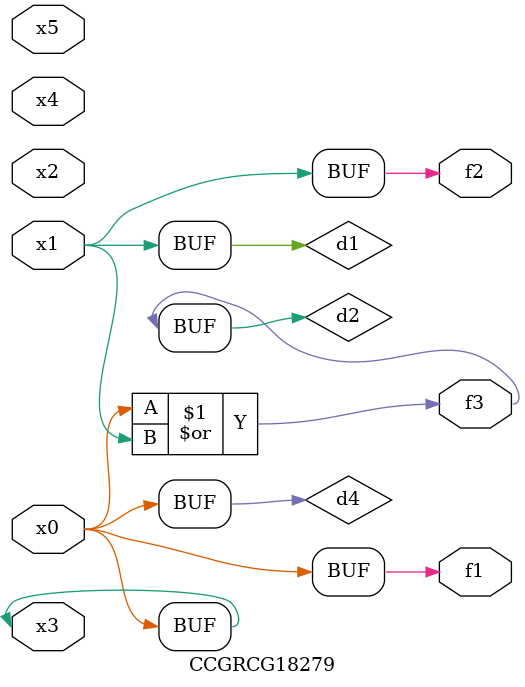
<source format=v>
module CCGRCG18279(
	input x0, x1, x2, x3, x4, x5,
	output f1, f2, f3
);

	wire d1, d2, d3, d4;

	and (d1, x1);
	or (d2, x0, x1);
	nand (d3, x0, x5);
	buf (d4, x0, x3);
	assign f1 = d4;
	assign f2 = d1;
	assign f3 = d2;
endmodule

</source>
